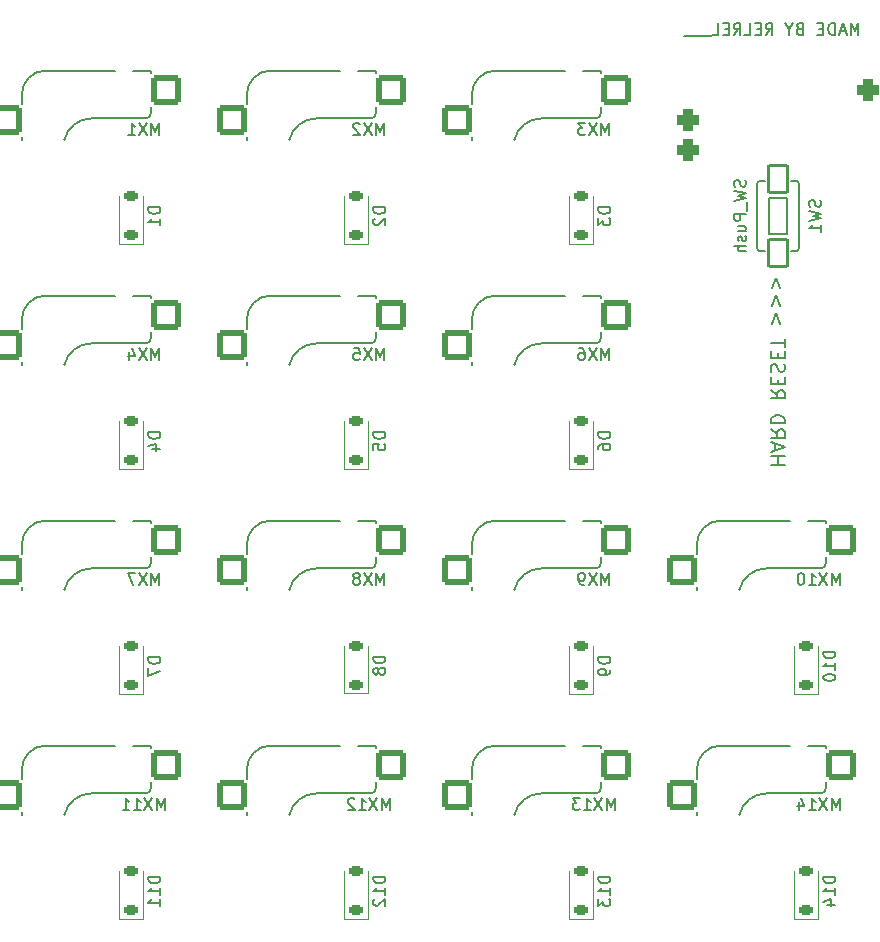
<source format=gbo>
%TF.GenerationSoftware,KiCad,Pcbnew,7.0.5*%
%TF.CreationDate,2024-08-25T19:53:10+07:00*%
%TF.ProjectId,13A-Pro,3133412d-5072-46f2-9e6b-696361645f70,rev?*%
%TF.SameCoordinates,Original*%
%TF.FileFunction,Legend,Bot*%
%TF.FilePolarity,Positive*%
%FSLAX46Y46*%
G04 Gerber Fmt 4.6, Leading zero omitted, Abs format (unit mm)*
G04 Created by KiCad (PCBNEW 7.0.5) date 2024-08-25 19:53:10*
%MOMM*%
%LPD*%
G01*
G04 APERTURE LIST*
G04 Aperture macros list*
%AMRoundRect*
0 Rectangle with rounded corners*
0 $1 Rounding radius*
0 $2 $3 $4 $5 $6 $7 $8 $9 X,Y pos of 4 corners*
0 Add a 4 corners polygon primitive as box body*
4,1,4,$2,$3,$4,$5,$6,$7,$8,$9,$2,$3,0*
0 Add four circle primitives for the rounded corners*
1,1,$1+$1,$2,$3*
1,1,$1+$1,$4,$5*
1,1,$1+$1,$6,$7*
1,1,$1+$1,$8,$9*
0 Add four rect primitives between the rounded corners*
20,1,$1+$1,$2,$3,$4,$5,0*
20,1,$1+$1,$4,$5,$6,$7,0*
20,1,$1+$1,$6,$7,$8,$9,0*
20,1,$1+$1,$8,$9,$2,$3,0*%
G04 Aperture macros list end*
%ADD10C,0.150000*%
%ADD11C,0.127000*%
%ADD12C,0.120000*%
%ADD13C,0.203200*%
%ADD14C,1.800000*%
%ADD15RoundRect,0.450000X-0.450000X-0.450000X0.450000X-0.450000X0.450000X0.450000X-0.450000X0.450000X0*%
%ADD16RoundRect,0.225000X0.375000X-0.225000X0.375000X0.225000X-0.375000X0.225000X-0.375000X-0.225000X0*%
%ADD17C,1.750000*%
%ADD18C,3.987800*%
%ADD19C,3.300000*%
%ADD20RoundRect,0.250000X1.025000X1.000000X-1.025000X1.000000X-1.025000X-1.000000X1.025000X-1.000000X0*%
%ADD21RoundRect,0.101600X-0.798830X1.149350X-0.798830X-1.149350X0.798830X-1.149350X0.798830X1.149350X0*%
G04 APERTURE END LIST*
D10*
X153650720Y-60067819D02*
X153650720Y-59067819D01*
X153650720Y-59067819D02*
X153317387Y-59782104D01*
X153317387Y-59782104D02*
X152984054Y-59067819D01*
X152984054Y-59067819D02*
X152984054Y-60067819D01*
X152555482Y-59782104D02*
X152079292Y-59782104D01*
X152650720Y-60067819D02*
X152317387Y-59067819D01*
X152317387Y-59067819D02*
X151984054Y-60067819D01*
X151650720Y-60067819D02*
X151650720Y-59067819D01*
X151650720Y-59067819D02*
X151412625Y-59067819D01*
X151412625Y-59067819D02*
X151269768Y-59115438D01*
X151269768Y-59115438D02*
X151174530Y-59210676D01*
X151174530Y-59210676D02*
X151126911Y-59305914D01*
X151126911Y-59305914D02*
X151079292Y-59496390D01*
X151079292Y-59496390D02*
X151079292Y-59639247D01*
X151079292Y-59639247D02*
X151126911Y-59829723D01*
X151126911Y-59829723D02*
X151174530Y-59924961D01*
X151174530Y-59924961D02*
X151269768Y-60020200D01*
X151269768Y-60020200D02*
X151412625Y-60067819D01*
X151412625Y-60067819D02*
X151650720Y-60067819D01*
X150650720Y-59544009D02*
X150317387Y-59544009D01*
X150174530Y-60067819D02*
X150650720Y-60067819D01*
X150650720Y-60067819D02*
X150650720Y-59067819D01*
X150650720Y-59067819D02*
X150174530Y-59067819D01*
X148650720Y-59544009D02*
X148507863Y-59591628D01*
X148507863Y-59591628D02*
X148460244Y-59639247D01*
X148460244Y-59639247D02*
X148412625Y-59734485D01*
X148412625Y-59734485D02*
X148412625Y-59877342D01*
X148412625Y-59877342D02*
X148460244Y-59972580D01*
X148460244Y-59972580D02*
X148507863Y-60020200D01*
X148507863Y-60020200D02*
X148603101Y-60067819D01*
X148603101Y-60067819D02*
X148984053Y-60067819D01*
X148984053Y-60067819D02*
X148984053Y-59067819D01*
X148984053Y-59067819D02*
X148650720Y-59067819D01*
X148650720Y-59067819D02*
X148555482Y-59115438D01*
X148555482Y-59115438D02*
X148507863Y-59163057D01*
X148507863Y-59163057D02*
X148460244Y-59258295D01*
X148460244Y-59258295D02*
X148460244Y-59353533D01*
X148460244Y-59353533D02*
X148507863Y-59448771D01*
X148507863Y-59448771D02*
X148555482Y-59496390D01*
X148555482Y-59496390D02*
X148650720Y-59544009D01*
X148650720Y-59544009D02*
X148984053Y-59544009D01*
X147793577Y-59591628D02*
X147793577Y-60067819D01*
X148126910Y-59067819D02*
X147793577Y-59591628D01*
X147793577Y-59591628D02*
X147460244Y-59067819D01*
X145793577Y-60067819D02*
X146126910Y-59591628D01*
X146365005Y-60067819D02*
X146365005Y-59067819D01*
X146365005Y-59067819D02*
X145984053Y-59067819D01*
X145984053Y-59067819D02*
X145888815Y-59115438D01*
X145888815Y-59115438D02*
X145841196Y-59163057D01*
X145841196Y-59163057D02*
X145793577Y-59258295D01*
X145793577Y-59258295D02*
X145793577Y-59401152D01*
X145793577Y-59401152D02*
X145841196Y-59496390D01*
X145841196Y-59496390D02*
X145888815Y-59544009D01*
X145888815Y-59544009D02*
X145984053Y-59591628D01*
X145984053Y-59591628D02*
X146365005Y-59591628D01*
X145365005Y-59544009D02*
X145031672Y-59544009D01*
X144888815Y-60067819D02*
X145365005Y-60067819D01*
X145365005Y-60067819D02*
X145365005Y-59067819D01*
X145365005Y-59067819D02*
X144888815Y-59067819D01*
X143984053Y-60067819D02*
X144460243Y-60067819D01*
X144460243Y-60067819D02*
X144460243Y-59067819D01*
X143079291Y-60067819D02*
X143412624Y-59591628D01*
X143650719Y-60067819D02*
X143650719Y-59067819D01*
X143650719Y-59067819D02*
X143269767Y-59067819D01*
X143269767Y-59067819D02*
X143174529Y-59115438D01*
X143174529Y-59115438D02*
X143126910Y-59163057D01*
X143126910Y-59163057D02*
X143079291Y-59258295D01*
X143079291Y-59258295D02*
X143079291Y-59401152D01*
X143079291Y-59401152D02*
X143126910Y-59496390D01*
X143126910Y-59496390D02*
X143174529Y-59544009D01*
X143174529Y-59544009D02*
X143269767Y-59591628D01*
X143269767Y-59591628D02*
X143650719Y-59591628D01*
X142650719Y-59544009D02*
X142317386Y-59544009D01*
X142174529Y-60067819D02*
X142650719Y-60067819D01*
X142650719Y-60067819D02*
X142650719Y-59067819D01*
X142650719Y-59067819D02*
X142174529Y-59067819D01*
X141269767Y-60067819D02*
X141745957Y-60067819D01*
X141745957Y-60067819D02*
X141745957Y-59067819D01*
X141174529Y-60163057D02*
X140412624Y-60163057D01*
X140412624Y-60163057D02*
X139650719Y-60163057D01*
X139650719Y-60163057D02*
X138888814Y-60163057D01*
X146204657Y-96453101D02*
X147404657Y-96453101D01*
X146833228Y-96453101D02*
X146833228Y-95767387D01*
X146204657Y-95767387D02*
X147404657Y-95767387D01*
X146547514Y-95253101D02*
X146547514Y-94681673D01*
X146204657Y-95367387D02*
X147404657Y-94967387D01*
X147404657Y-94967387D02*
X146204657Y-94567387D01*
X146204657Y-93481673D02*
X146776085Y-93881673D01*
X146204657Y-94167387D02*
X147404657Y-94167387D01*
X147404657Y-94167387D02*
X147404657Y-93710244D01*
X147404657Y-93710244D02*
X147347514Y-93595959D01*
X147347514Y-93595959D02*
X147290371Y-93538816D01*
X147290371Y-93538816D02*
X147176085Y-93481673D01*
X147176085Y-93481673D02*
X147004657Y-93481673D01*
X147004657Y-93481673D02*
X146890371Y-93538816D01*
X146890371Y-93538816D02*
X146833228Y-93595959D01*
X146833228Y-93595959D02*
X146776085Y-93710244D01*
X146776085Y-93710244D02*
X146776085Y-94167387D01*
X146204657Y-92967387D02*
X147404657Y-92967387D01*
X147404657Y-92967387D02*
X147404657Y-92681673D01*
X147404657Y-92681673D02*
X147347514Y-92510244D01*
X147347514Y-92510244D02*
X147233228Y-92395959D01*
X147233228Y-92395959D02*
X147118942Y-92338816D01*
X147118942Y-92338816D02*
X146890371Y-92281673D01*
X146890371Y-92281673D02*
X146718942Y-92281673D01*
X146718942Y-92281673D02*
X146490371Y-92338816D01*
X146490371Y-92338816D02*
X146376085Y-92395959D01*
X146376085Y-92395959D02*
X146261800Y-92510244D01*
X146261800Y-92510244D02*
X146204657Y-92681673D01*
X146204657Y-92681673D02*
X146204657Y-92967387D01*
X146204657Y-90167387D02*
X146776085Y-90567387D01*
X146204657Y-90853101D02*
X147404657Y-90853101D01*
X147404657Y-90853101D02*
X147404657Y-90395958D01*
X147404657Y-90395958D02*
X147347514Y-90281673D01*
X147347514Y-90281673D02*
X147290371Y-90224530D01*
X147290371Y-90224530D02*
X147176085Y-90167387D01*
X147176085Y-90167387D02*
X147004657Y-90167387D01*
X147004657Y-90167387D02*
X146890371Y-90224530D01*
X146890371Y-90224530D02*
X146833228Y-90281673D01*
X146833228Y-90281673D02*
X146776085Y-90395958D01*
X146776085Y-90395958D02*
X146776085Y-90853101D01*
X146833228Y-89653101D02*
X146833228Y-89253101D01*
X146204657Y-89081673D02*
X146204657Y-89653101D01*
X146204657Y-89653101D02*
X147404657Y-89653101D01*
X147404657Y-89653101D02*
X147404657Y-89081673D01*
X146261800Y-88624530D02*
X146204657Y-88453102D01*
X146204657Y-88453102D02*
X146204657Y-88167387D01*
X146204657Y-88167387D02*
X146261800Y-88053102D01*
X146261800Y-88053102D02*
X146318942Y-87995959D01*
X146318942Y-87995959D02*
X146433228Y-87938816D01*
X146433228Y-87938816D02*
X146547514Y-87938816D01*
X146547514Y-87938816D02*
X146661800Y-87995959D01*
X146661800Y-87995959D02*
X146718942Y-88053102D01*
X146718942Y-88053102D02*
X146776085Y-88167387D01*
X146776085Y-88167387D02*
X146833228Y-88395959D01*
X146833228Y-88395959D02*
X146890371Y-88510244D01*
X146890371Y-88510244D02*
X146947514Y-88567387D01*
X146947514Y-88567387D02*
X147061800Y-88624530D01*
X147061800Y-88624530D02*
X147176085Y-88624530D01*
X147176085Y-88624530D02*
X147290371Y-88567387D01*
X147290371Y-88567387D02*
X147347514Y-88510244D01*
X147347514Y-88510244D02*
X147404657Y-88395959D01*
X147404657Y-88395959D02*
X147404657Y-88110244D01*
X147404657Y-88110244D02*
X147347514Y-87938816D01*
X146833228Y-87424530D02*
X146833228Y-87024530D01*
X146204657Y-86853102D02*
X146204657Y-87424530D01*
X146204657Y-87424530D02*
X147404657Y-87424530D01*
X147404657Y-87424530D02*
X147404657Y-86853102D01*
X147404657Y-86510245D02*
X147404657Y-85824531D01*
X146204657Y-86167388D02*
X147404657Y-86167388D01*
X147004657Y-84510244D02*
X146661800Y-83595959D01*
X146661800Y-83595959D02*
X146318942Y-84510244D01*
X147004657Y-83024530D02*
X146661800Y-82110245D01*
X146661800Y-82110245D02*
X146318942Y-83024530D01*
X147004657Y-81538816D02*
X146661800Y-80624531D01*
X146661800Y-80624531D02*
X146318942Y-81538816D01*
%TO.C,D8*%
X113579819Y-112705655D02*
X112579819Y-112705655D01*
X112579819Y-112705655D02*
X112579819Y-112943750D01*
X112579819Y-112943750D02*
X112627438Y-113086607D01*
X112627438Y-113086607D02*
X112722676Y-113181845D01*
X112722676Y-113181845D02*
X112817914Y-113229464D01*
X112817914Y-113229464D02*
X113008390Y-113277083D01*
X113008390Y-113277083D02*
X113151247Y-113277083D01*
X113151247Y-113277083D02*
X113341723Y-113229464D01*
X113341723Y-113229464D02*
X113436961Y-113181845D01*
X113436961Y-113181845D02*
X113532200Y-113086607D01*
X113532200Y-113086607D02*
X113579819Y-112943750D01*
X113579819Y-112943750D02*
X113579819Y-112705655D01*
X113008390Y-113848512D02*
X112960771Y-113753274D01*
X112960771Y-113753274D02*
X112913152Y-113705655D01*
X112913152Y-113705655D02*
X112817914Y-113658036D01*
X112817914Y-113658036D02*
X112770295Y-113658036D01*
X112770295Y-113658036D02*
X112675057Y-113705655D01*
X112675057Y-113705655D02*
X112627438Y-113753274D01*
X112627438Y-113753274D02*
X112579819Y-113848512D01*
X112579819Y-113848512D02*
X112579819Y-114038988D01*
X112579819Y-114038988D02*
X112627438Y-114134226D01*
X112627438Y-114134226D02*
X112675057Y-114181845D01*
X112675057Y-114181845D02*
X112770295Y-114229464D01*
X112770295Y-114229464D02*
X112817914Y-114229464D01*
X112817914Y-114229464D02*
X112913152Y-114181845D01*
X112913152Y-114181845D02*
X112960771Y-114134226D01*
X112960771Y-114134226D02*
X113008390Y-114038988D01*
X113008390Y-114038988D02*
X113008390Y-113848512D01*
X113008390Y-113848512D02*
X113056009Y-113753274D01*
X113056009Y-113753274D02*
X113103628Y-113705655D01*
X113103628Y-113705655D02*
X113198866Y-113658036D01*
X113198866Y-113658036D02*
X113389342Y-113658036D01*
X113389342Y-113658036D02*
X113484580Y-113705655D01*
X113484580Y-113705655D02*
X113532200Y-113753274D01*
X113532200Y-113753274D02*
X113579819Y-113848512D01*
X113579819Y-113848512D02*
X113579819Y-114038988D01*
X113579819Y-114038988D02*
X113532200Y-114134226D01*
X113532200Y-114134226D02*
X113484580Y-114181845D01*
X113484580Y-114181845D02*
X113389342Y-114229464D01*
X113389342Y-114229464D02*
X113198866Y-114229464D01*
X113198866Y-114229464D02*
X113103628Y-114181845D01*
X113103628Y-114181845D02*
X113056009Y-114134226D01*
X113056009Y-114134226D02*
X113008390Y-114038988D01*
%TO.C,MX4*%
X94435713Y-87604819D02*
X94435713Y-86604819D01*
X94435713Y-86604819D02*
X94102380Y-87319104D01*
X94102380Y-87319104D02*
X93769047Y-86604819D01*
X93769047Y-86604819D02*
X93769047Y-87604819D01*
X93388094Y-86604819D02*
X92721428Y-87604819D01*
X92721428Y-86604819D02*
X93388094Y-87604819D01*
X91911904Y-86938152D02*
X91911904Y-87604819D01*
X92149999Y-86557200D02*
X92388094Y-87271485D01*
X92388094Y-87271485D02*
X91769047Y-87271485D01*
%TO.C,MX2*%
X113485713Y-68554819D02*
X113485713Y-67554819D01*
X113485713Y-67554819D02*
X113152380Y-68269104D01*
X113152380Y-68269104D02*
X112819047Y-67554819D01*
X112819047Y-67554819D02*
X112819047Y-68554819D01*
X112438094Y-67554819D02*
X111771428Y-68554819D01*
X111771428Y-67554819D02*
X112438094Y-68554819D01*
X111438094Y-67650057D02*
X111390475Y-67602438D01*
X111390475Y-67602438D02*
X111295237Y-67554819D01*
X111295237Y-67554819D02*
X111057142Y-67554819D01*
X111057142Y-67554819D02*
X110961904Y-67602438D01*
X110961904Y-67602438D02*
X110914285Y-67650057D01*
X110914285Y-67650057D02*
X110866666Y-67745295D01*
X110866666Y-67745295D02*
X110866666Y-67840533D01*
X110866666Y-67840533D02*
X110914285Y-67983390D01*
X110914285Y-67983390D02*
X111485713Y-68554819D01*
X111485713Y-68554819D02*
X110866666Y-68554819D01*
%TO.C,D2*%
X113579819Y-74668155D02*
X112579819Y-74668155D01*
X112579819Y-74668155D02*
X112579819Y-74906250D01*
X112579819Y-74906250D02*
X112627438Y-75049107D01*
X112627438Y-75049107D02*
X112722676Y-75144345D01*
X112722676Y-75144345D02*
X112817914Y-75191964D01*
X112817914Y-75191964D02*
X113008390Y-75239583D01*
X113008390Y-75239583D02*
X113151247Y-75239583D01*
X113151247Y-75239583D02*
X113341723Y-75191964D01*
X113341723Y-75191964D02*
X113436961Y-75144345D01*
X113436961Y-75144345D02*
X113532200Y-75049107D01*
X113532200Y-75049107D02*
X113579819Y-74906250D01*
X113579819Y-74906250D02*
X113579819Y-74668155D01*
X112675057Y-75620536D02*
X112627438Y-75668155D01*
X112627438Y-75668155D02*
X112579819Y-75763393D01*
X112579819Y-75763393D02*
X112579819Y-76001488D01*
X112579819Y-76001488D02*
X112627438Y-76096726D01*
X112627438Y-76096726D02*
X112675057Y-76144345D01*
X112675057Y-76144345D02*
X112770295Y-76191964D01*
X112770295Y-76191964D02*
X112865533Y-76191964D01*
X112865533Y-76191964D02*
X113008390Y-76144345D01*
X113008390Y-76144345D02*
X113579819Y-75572917D01*
X113579819Y-75572917D02*
X113579819Y-76191964D01*
%TO.C,D11*%
X94529819Y-131341964D02*
X93529819Y-131341964D01*
X93529819Y-131341964D02*
X93529819Y-131580059D01*
X93529819Y-131580059D02*
X93577438Y-131722916D01*
X93577438Y-131722916D02*
X93672676Y-131818154D01*
X93672676Y-131818154D02*
X93767914Y-131865773D01*
X93767914Y-131865773D02*
X93958390Y-131913392D01*
X93958390Y-131913392D02*
X94101247Y-131913392D01*
X94101247Y-131913392D02*
X94291723Y-131865773D01*
X94291723Y-131865773D02*
X94386961Y-131818154D01*
X94386961Y-131818154D02*
X94482200Y-131722916D01*
X94482200Y-131722916D02*
X94529819Y-131580059D01*
X94529819Y-131580059D02*
X94529819Y-131341964D01*
X94529819Y-132865773D02*
X94529819Y-132294345D01*
X94529819Y-132580059D02*
X93529819Y-132580059D01*
X93529819Y-132580059D02*
X93672676Y-132484821D01*
X93672676Y-132484821D02*
X93767914Y-132389583D01*
X93767914Y-132389583D02*
X93815533Y-132294345D01*
X94529819Y-133818154D02*
X94529819Y-133246726D01*
X94529819Y-133532440D02*
X93529819Y-133532440D01*
X93529819Y-133532440D02*
X93672676Y-133437202D01*
X93672676Y-133437202D02*
X93767914Y-133341964D01*
X93767914Y-133341964D02*
X93815533Y-133246726D01*
%TO.C,MX7*%
X94435713Y-106654819D02*
X94435713Y-105654819D01*
X94435713Y-105654819D02*
X94102380Y-106369104D01*
X94102380Y-106369104D02*
X93769047Y-105654819D01*
X93769047Y-105654819D02*
X93769047Y-106654819D01*
X93388094Y-105654819D02*
X92721428Y-106654819D01*
X92721428Y-105654819D02*
X93388094Y-106654819D01*
X92435713Y-105654819D02*
X91769047Y-105654819D01*
X91769047Y-105654819D02*
X92197618Y-106654819D01*
D11*
%TO.C,SW1*%
X150427146Y-74072917D02*
X150474765Y-74215774D01*
X150474765Y-74215774D02*
X150474765Y-74453869D01*
X150474765Y-74453869D02*
X150427146Y-74549107D01*
X150427146Y-74549107D02*
X150379526Y-74596726D01*
X150379526Y-74596726D02*
X150284288Y-74644345D01*
X150284288Y-74644345D02*
X150189050Y-74644345D01*
X150189050Y-74644345D02*
X150093812Y-74596726D01*
X150093812Y-74596726D02*
X150046193Y-74549107D01*
X150046193Y-74549107D02*
X149998574Y-74453869D01*
X149998574Y-74453869D02*
X149950955Y-74263393D01*
X149950955Y-74263393D02*
X149903336Y-74168155D01*
X149903336Y-74168155D02*
X149855717Y-74120536D01*
X149855717Y-74120536D02*
X149760479Y-74072917D01*
X149760479Y-74072917D02*
X149665241Y-74072917D01*
X149665241Y-74072917D02*
X149570003Y-74120536D01*
X149570003Y-74120536D02*
X149522384Y-74168155D01*
X149522384Y-74168155D02*
X149474765Y-74263393D01*
X149474765Y-74263393D02*
X149474765Y-74501488D01*
X149474765Y-74501488D02*
X149522384Y-74644345D01*
X149474765Y-74977679D02*
X150474765Y-75215774D01*
X150474765Y-75215774D02*
X149760479Y-75406250D01*
X149760479Y-75406250D02*
X150474765Y-75596726D01*
X150474765Y-75596726D02*
X149474765Y-75834822D01*
X150474765Y-76739583D02*
X150474765Y-76168155D01*
X150474765Y-76453869D02*
X149474765Y-76453869D01*
X149474765Y-76453869D02*
X149617622Y-76358631D01*
X149617622Y-76358631D02*
X149712860Y-76263393D01*
X149712860Y-76263393D02*
X149760479Y-76168155D01*
X144077146Y-72358631D02*
X144124765Y-72501488D01*
X144124765Y-72501488D02*
X144124765Y-72739583D01*
X144124765Y-72739583D02*
X144077146Y-72834821D01*
X144077146Y-72834821D02*
X144029526Y-72882440D01*
X144029526Y-72882440D02*
X143934288Y-72930059D01*
X143934288Y-72930059D02*
X143839050Y-72930059D01*
X143839050Y-72930059D02*
X143743812Y-72882440D01*
X143743812Y-72882440D02*
X143696193Y-72834821D01*
X143696193Y-72834821D02*
X143648574Y-72739583D01*
X143648574Y-72739583D02*
X143600955Y-72549107D01*
X143600955Y-72549107D02*
X143553336Y-72453869D01*
X143553336Y-72453869D02*
X143505717Y-72406250D01*
X143505717Y-72406250D02*
X143410479Y-72358631D01*
X143410479Y-72358631D02*
X143315241Y-72358631D01*
X143315241Y-72358631D02*
X143220003Y-72406250D01*
X143220003Y-72406250D02*
X143172384Y-72453869D01*
X143172384Y-72453869D02*
X143124765Y-72549107D01*
X143124765Y-72549107D02*
X143124765Y-72787202D01*
X143124765Y-72787202D02*
X143172384Y-72930059D01*
X143124765Y-73263393D02*
X144124765Y-73501488D01*
X144124765Y-73501488D02*
X143410479Y-73691964D01*
X143410479Y-73691964D02*
X144124765Y-73882440D01*
X144124765Y-73882440D02*
X143124765Y-74120536D01*
X144220003Y-74263393D02*
X144220003Y-75025297D01*
X144124765Y-75263393D02*
X143124765Y-75263393D01*
X143124765Y-75263393D02*
X143124765Y-75644345D01*
X143124765Y-75644345D02*
X143172384Y-75739583D01*
X143172384Y-75739583D02*
X143220003Y-75787202D01*
X143220003Y-75787202D02*
X143315241Y-75834821D01*
X143315241Y-75834821D02*
X143458098Y-75834821D01*
X143458098Y-75834821D02*
X143553336Y-75787202D01*
X143553336Y-75787202D02*
X143600955Y-75739583D01*
X143600955Y-75739583D02*
X143648574Y-75644345D01*
X143648574Y-75644345D02*
X143648574Y-75263393D01*
X143458098Y-76691964D02*
X144124765Y-76691964D01*
X143458098Y-76263393D02*
X143981907Y-76263393D01*
X143981907Y-76263393D02*
X144077146Y-76311012D01*
X144077146Y-76311012D02*
X144124765Y-76406250D01*
X144124765Y-76406250D02*
X144124765Y-76549107D01*
X144124765Y-76549107D02*
X144077146Y-76644345D01*
X144077146Y-76644345D02*
X144029526Y-76691964D01*
X144077146Y-77120536D02*
X144124765Y-77215774D01*
X144124765Y-77215774D02*
X144124765Y-77406250D01*
X144124765Y-77406250D02*
X144077146Y-77501488D01*
X144077146Y-77501488D02*
X143981907Y-77549107D01*
X143981907Y-77549107D02*
X143934288Y-77549107D01*
X143934288Y-77549107D02*
X143839050Y-77501488D01*
X143839050Y-77501488D02*
X143791431Y-77406250D01*
X143791431Y-77406250D02*
X143791431Y-77263393D01*
X143791431Y-77263393D02*
X143743812Y-77168155D01*
X143743812Y-77168155D02*
X143648574Y-77120536D01*
X143648574Y-77120536D02*
X143600955Y-77120536D01*
X143600955Y-77120536D02*
X143505717Y-77168155D01*
X143505717Y-77168155D02*
X143458098Y-77263393D01*
X143458098Y-77263393D02*
X143458098Y-77406250D01*
X143458098Y-77406250D02*
X143505717Y-77501488D01*
X144124765Y-77977679D02*
X143124765Y-77977679D01*
X144124765Y-78406250D02*
X143600955Y-78406250D01*
X143600955Y-78406250D02*
X143505717Y-78358631D01*
X143505717Y-78358631D02*
X143458098Y-78263393D01*
X143458098Y-78263393D02*
X143458098Y-78120536D01*
X143458098Y-78120536D02*
X143505717Y-78025298D01*
X143505717Y-78025298D02*
X143553336Y-77977679D01*
D10*
%TO.C,D7*%
X94529819Y-112768155D02*
X93529819Y-112768155D01*
X93529819Y-112768155D02*
X93529819Y-113006250D01*
X93529819Y-113006250D02*
X93577438Y-113149107D01*
X93577438Y-113149107D02*
X93672676Y-113244345D01*
X93672676Y-113244345D02*
X93767914Y-113291964D01*
X93767914Y-113291964D02*
X93958390Y-113339583D01*
X93958390Y-113339583D02*
X94101247Y-113339583D01*
X94101247Y-113339583D02*
X94291723Y-113291964D01*
X94291723Y-113291964D02*
X94386961Y-113244345D01*
X94386961Y-113244345D02*
X94482200Y-113149107D01*
X94482200Y-113149107D02*
X94529819Y-113006250D01*
X94529819Y-113006250D02*
X94529819Y-112768155D01*
X93529819Y-113672917D02*
X93529819Y-114339583D01*
X93529819Y-114339583D02*
X94529819Y-113911012D01*
%TO.C,D12*%
X113579819Y-131341964D02*
X112579819Y-131341964D01*
X112579819Y-131341964D02*
X112579819Y-131580059D01*
X112579819Y-131580059D02*
X112627438Y-131722916D01*
X112627438Y-131722916D02*
X112722676Y-131818154D01*
X112722676Y-131818154D02*
X112817914Y-131865773D01*
X112817914Y-131865773D02*
X113008390Y-131913392D01*
X113008390Y-131913392D02*
X113151247Y-131913392D01*
X113151247Y-131913392D02*
X113341723Y-131865773D01*
X113341723Y-131865773D02*
X113436961Y-131818154D01*
X113436961Y-131818154D02*
X113532200Y-131722916D01*
X113532200Y-131722916D02*
X113579819Y-131580059D01*
X113579819Y-131580059D02*
X113579819Y-131341964D01*
X113579819Y-132865773D02*
X113579819Y-132294345D01*
X113579819Y-132580059D02*
X112579819Y-132580059D01*
X112579819Y-132580059D02*
X112722676Y-132484821D01*
X112722676Y-132484821D02*
X112817914Y-132389583D01*
X112817914Y-132389583D02*
X112865533Y-132294345D01*
X112675057Y-133246726D02*
X112627438Y-133294345D01*
X112627438Y-133294345D02*
X112579819Y-133389583D01*
X112579819Y-133389583D02*
X112579819Y-133627678D01*
X112579819Y-133627678D02*
X112627438Y-133722916D01*
X112627438Y-133722916D02*
X112675057Y-133770535D01*
X112675057Y-133770535D02*
X112770295Y-133818154D01*
X112770295Y-133818154D02*
X112865533Y-133818154D01*
X112865533Y-133818154D02*
X113008390Y-133770535D01*
X113008390Y-133770535D02*
X113579819Y-133199107D01*
X113579819Y-133199107D02*
X113579819Y-133818154D01*
%TO.C,D6*%
X132629819Y-93718155D02*
X131629819Y-93718155D01*
X131629819Y-93718155D02*
X131629819Y-93956250D01*
X131629819Y-93956250D02*
X131677438Y-94099107D01*
X131677438Y-94099107D02*
X131772676Y-94194345D01*
X131772676Y-94194345D02*
X131867914Y-94241964D01*
X131867914Y-94241964D02*
X132058390Y-94289583D01*
X132058390Y-94289583D02*
X132201247Y-94289583D01*
X132201247Y-94289583D02*
X132391723Y-94241964D01*
X132391723Y-94241964D02*
X132486961Y-94194345D01*
X132486961Y-94194345D02*
X132582200Y-94099107D01*
X132582200Y-94099107D02*
X132629819Y-93956250D01*
X132629819Y-93956250D02*
X132629819Y-93718155D01*
X131629819Y-95146726D02*
X131629819Y-94956250D01*
X131629819Y-94956250D02*
X131677438Y-94861012D01*
X131677438Y-94861012D02*
X131725057Y-94813393D01*
X131725057Y-94813393D02*
X131867914Y-94718155D01*
X131867914Y-94718155D02*
X132058390Y-94670536D01*
X132058390Y-94670536D02*
X132439342Y-94670536D01*
X132439342Y-94670536D02*
X132534580Y-94718155D01*
X132534580Y-94718155D02*
X132582200Y-94765774D01*
X132582200Y-94765774D02*
X132629819Y-94861012D01*
X132629819Y-94861012D02*
X132629819Y-95051488D01*
X132629819Y-95051488D02*
X132582200Y-95146726D01*
X132582200Y-95146726D02*
X132534580Y-95194345D01*
X132534580Y-95194345D02*
X132439342Y-95241964D01*
X132439342Y-95241964D02*
X132201247Y-95241964D01*
X132201247Y-95241964D02*
X132106009Y-95194345D01*
X132106009Y-95194345D02*
X132058390Y-95146726D01*
X132058390Y-95146726D02*
X132010771Y-95051488D01*
X132010771Y-95051488D02*
X132010771Y-94861012D01*
X132010771Y-94861012D02*
X132058390Y-94765774D01*
X132058390Y-94765774D02*
X132106009Y-94718155D01*
X132106009Y-94718155D02*
X132201247Y-94670536D01*
%TO.C,D1*%
X94529819Y-74668155D02*
X93529819Y-74668155D01*
X93529819Y-74668155D02*
X93529819Y-74906250D01*
X93529819Y-74906250D02*
X93577438Y-75049107D01*
X93577438Y-75049107D02*
X93672676Y-75144345D01*
X93672676Y-75144345D02*
X93767914Y-75191964D01*
X93767914Y-75191964D02*
X93958390Y-75239583D01*
X93958390Y-75239583D02*
X94101247Y-75239583D01*
X94101247Y-75239583D02*
X94291723Y-75191964D01*
X94291723Y-75191964D02*
X94386961Y-75144345D01*
X94386961Y-75144345D02*
X94482200Y-75049107D01*
X94482200Y-75049107D02*
X94529819Y-74906250D01*
X94529819Y-74906250D02*
X94529819Y-74668155D01*
X94529819Y-76191964D02*
X94529819Y-75620536D01*
X94529819Y-75906250D02*
X93529819Y-75906250D01*
X93529819Y-75906250D02*
X93672676Y-75811012D01*
X93672676Y-75811012D02*
X93767914Y-75715774D01*
X93767914Y-75715774D02*
X93815533Y-75620536D01*
%TO.C,D13*%
X132629819Y-131341964D02*
X131629819Y-131341964D01*
X131629819Y-131341964D02*
X131629819Y-131580059D01*
X131629819Y-131580059D02*
X131677438Y-131722916D01*
X131677438Y-131722916D02*
X131772676Y-131818154D01*
X131772676Y-131818154D02*
X131867914Y-131865773D01*
X131867914Y-131865773D02*
X132058390Y-131913392D01*
X132058390Y-131913392D02*
X132201247Y-131913392D01*
X132201247Y-131913392D02*
X132391723Y-131865773D01*
X132391723Y-131865773D02*
X132486961Y-131818154D01*
X132486961Y-131818154D02*
X132582200Y-131722916D01*
X132582200Y-131722916D02*
X132629819Y-131580059D01*
X132629819Y-131580059D02*
X132629819Y-131341964D01*
X132629819Y-132865773D02*
X132629819Y-132294345D01*
X132629819Y-132580059D02*
X131629819Y-132580059D01*
X131629819Y-132580059D02*
X131772676Y-132484821D01*
X131772676Y-132484821D02*
X131867914Y-132389583D01*
X131867914Y-132389583D02*
X131915533Y-132294345D01*
X131629819Y-133199107D02*
X131629819Y-133818154D01*
X131629819Y-133818154D02*
X132010771Y-133484821D01*
X132010771Y-133484821D02*
X132010771Y-133627678D01*
X132010771Y-133627678D02*
X132058390Y-133722916D01*
X132058390Y-133722916D02*
X132106009Y-133770535D01*
X132106009Y-133770535D02*
X132201247Y-133818154D01*
X132201247Y-133818154D02*
X132439342Y-133818154D01*
X132439342Y-133818154D02*
X132534580Y-133770535D01*
X132534580Y-133770535D02*
X132582200Y-133722916D01*
X132582200Y-133722916D02*
X132629819Y-133627678D01*
X132629819Y-133627678D02*
X132629819Y-133341964D01*
X132629819Y-133341964D02*
X132582200Y-133246726D01*
X132582200Y-133246726D02*
X132534580Y-133199107D01*
%TO.C,MX14*%
X152061904Y-125704819D02*
X152061904Y-124704819D01*
X152061904Y-124704819D02*
X151728571Y-125419104D01*
X151728571Y-125419104D02*
X151395238Y-124704819D01*
X151395238Y-124704819D02*
X151395238Y-125704819D01*
X151014285Y-124704819D02*
X150347619Y-125704819D01*
X150347619Y-124704819D02*
X151014285Y-125704819D01*
X149442857Y-125704819D02*
X150014285Y-125704819D01*
X149728571Y-125704819D02*
X149728571Y-124704819D01*
X149728571Y-124704819D02*
X149823809Y-124847676D01*
X149823809Y-124847676D02*
X149919047Y-124942914D01*
X149919047Y-124942914D02*
X150014285Y-124990533D01*
X148585714Y-125038152D02*
X148585714Y-125704819D01*
X148823809Y-124657200D02*
X149061904Y-125371485D01*
X149061904Y-125371485D02*
X148442857Y-125371485D01*
%TO.C,D3*%
X132629819Y-74668155D02*
X131629819Y-74668155D01*
X131629819Y-74668155D02*
X131629819Y-74906250D01*
X131629819Y-74906250D02*
X131677438Y-75049107D01*
X131677438Y-75049107D02*
X131772676Y-75144345D01*
X131772676Y-75144345D02*
X131867914Y-75191964D01*
X131867914Y-75191964D02*
X132058390Y-75239583D01*
X132058390Y-75239583D02*
X132201247Y-75239583D01*
X132201247Y-75239583D02*
X132391723Y-75191964D01*
X132391723Y-75191964D02*
X132486961Y-75144345D01*
X132486961Y-75144345D02*
X132582200Y-75049107D01*
X132582200Y-75049107D02*
X132629819Y-74906250D01*
X132629819Y-74906250D02*
X132629819Y-74668155D01*
X131629819Y-75572917D02*
X131629819Y-76191964D01*
X131629819Y-76191964D02*
X132010771Y-75858631D01*
X132010771Y-75858631D02*
X132010771Y-76001488D01*
X132010771Y-76001488D02*
X132058390Y-76096726D01*
X132058390Y-76096726D02*
X132106009Y-76144345D01*
X132106009Y-76144345D02*
X132201247Y-76191964D01*
X132201247Y-76191964D02*
X132439342Y-76191964D01*
X132439342Y-76191964D02*
X132534580Y-76144345D01*
X132534580Y-76144345D02*
X132582200Y-76096726D01*
X132582200Y-76096726D02*
X132629819Y-76001488D01*
X132629819Y-76001488D02*
X132629819Y-75715774D01*
X132629819Y-75715774D02*
X132582200Y-75620536D01*
X132582200Y-75620536D02*
X132534580Y-75572917D01*
%TO.C,MX13*%
X133011904Y-125704819D02*
X133011904Y-124704819D01*
X133011904Y-124704819D02*
X132678571Y-125419104D01*
X132678571Y-125419104D02*
X132345238Y-124704819D01*
X132345238Y-124704819D02*
X132345238Y-125704819D01*
X131964285Y-124704819D02*
X131297619Y-125704819D01*
X131297619Y-124704819D02*
X131964285Y-125704819D01*
X130392857Y-125704819D02*
X130964285Y-125704819D01*
X130678571Y-125704819D02*
X130678571Y-124704819D01*
X130678571Y-124704819D02*
X130773809Y-124847676D01*
X130773809Y-124847676D02*
X130869047Y-124942914D01*
X130869047Y-124942914D02*
X130964285Y-124990533D01*
X130059523Y-124704819D02*
X129440476Y-124704819D01*
X129440476Y-124704819D02*
X129773809Y-125085771D01*
X129773809Y-125085771D02*
X129630952Y-125085771D01*
X129630952Y-125085771D02*
X129535714Y-125133390D01*
X129535714Y-125133390D02*
X129488095Y-125181009D01*
X129488095Y-125181009D02*
X129440476Y-125276247D01*
X129440476Y-125276247D02*
X129440476Y-125514342D01*
X129440476Y-125514342D02*
X129488095Y-125609580D01*
X129488095Y-125609580D02*
X129535714Y-125657200D01*
X129535714Y-125657200D02*
X129630952Y-125704819D01*
X129630952Y-125704819D02*
X129916666Y-125704819D01*
X129916666Y-125704819D02*
X130011904Y-125657200D01*
X130011904Y-125657200D02*
X130059523Y-125609580D01*
%TO.C,D14*%
X151679819Y-131341964D02*
X150679819Y-131341964D01*
X150679819Y-131341964D02*
X150679819Y-131580059D01*
X150679819Y-131580059D02*
X150727438Y-131722916D01*
X150727438Y-131722916D02*
X150822676Y-131818154D01*
X150822676Y-131818154D02*
X150917914Y-131865773D01*
X150917914Y-131865773D02*
X151108390Y-131913392D01*
X151108390Y-131913392D02*
X151251247Y-131913392D01*
X151251247Y-131913392D02*
X151441723Y-131865773D01*
X151441723Y-131865773D02*
X151536961Y-131818154D01*
X151536961Y-131818154D02*
X151632200Y-131722916D01*
X151632200Y-131722916D02*
X151679819Y-131580059D01*
X151679819Y-131580059D02*
X151679819Y-131341964D01*
X151679819Y-132865773D02*
X151679819Y-132294345D01*
X151679819Y-132580059D02*
X150679819Y-132580059D01*
X150679819Y-132580059D02*
X150822676Y-132484821D01*
X150822676Y-132484821D02*
X150917914Y-132389583D01*
X150917914Y-132389583D02*
X150965533Y-132294345D01*
X151013152Y-133722916D02*
X151679819Y-133722916D01*
X150632200Y-133484821D02*
X151346485Y-133246726D01*
X151346485Y-133246726D02*
X151346485Y-133865773D01*
%TO.C,D10*%
X151679819Y-112291964D02*
X150679819Y-112291964D01*
X150679819Y-112291964D02*
X150679819Y-112530059D01*
X150679819Y-112530059D02*
X150727438Y-112672916D01*
X150727438Y-112672916D02*
X150822676Y-112768154D01*
X150822676Y-112768154D02*
X150917914Y-112815773D01*
X150917914Y-112815773D02*
X151108390Y-112863392D01*
X151108390Y-112863392D02*
X151251247Y-112863392D01*
X151251247Y-112863392D02*
X151441723Y-112815773D01*
X151441723Y-112815773D02*
X151536961Y-112768154D01*
X151536961Y-112768154D02*
X151632200Y-112672916D01*
X151632200Y-112672916D02*
X151679819Y-112530059D01*
X151679819Y-112530059D02*
X151679819Y-112291964D01*
X151679819Y-113815773D02*
X151679819Y-113244345D01*
X151679819Y-113530059D02*
X150679819Y-113530059D01*
X150679819Y-113530059D02*
X150822676Y-113434821D01*
X150822676Y-113434821D02*
X150917914Y-113339583D01*
X150917914Y-113339583D02*
X150965533Y-113244345D01*
X150679819Y-114434821D02*
X150679819Y-114530059D01*
X150679819Y-114530059D02*
X150727438Y-114625297D01*
X150727438Y-114625297D02*
X150775057Y-114672916D01*
X150775057Y-114672916D02*
X150870295Y-114720535D01*
X150870295Y-114720535D02*
X151060771Y-114768154D01*
X151060771Y-114768154D02*
X151298866Y-114768154D01*
X151298866Y-114768154D02*
X151489342Y-114720535D01*
X151489342Y-114720535D02*
X151584580Y-114672916D01*
X151584580Y-114672916D02*
X151632200Y-114625297D01*
X151632200Y-114625297D02*
X151679819Y-114530059D01*
X151679819Y-114530059D02*
X151679819Y-114434821D01*
X151679819Y-114434821D02*
X151632200Y-114339583D01*
X151632200Y-114339583D02*
X151584580Y-114291964D01*
X151584580Y-114291964D02*
X151489342Y-114244345D01*
X151489342Y-114244345D02*
X151298866Y-114196726D01*
X151298866Y-114196726D02*
X151060771Y-114196726D01*
X151060771Y-114196726D02*
X150870295Y-114244345D01*
X150870295Y-114244345D02*
X150775057Y-114291964D01*
X150775057Y-114291964D02*
X150727438Y-114339583D01*
X150727438Y-114339583D02*
X150679819Y-114434821D01*
%TO.C,D5*%
X113579819Y-93718155D02*
X112579819Y-93718155D01*
X112579819Y-93718155D02*
X112579819Y-93956250D01*
X112579819Y-93956250D02*
X112627438Y-94099107D01*
X112627438Y-94099107D02*
X112722676Y-94194345D01*
X112722676Y-94194345D02*
X112817914Y-94241964D01*
X112817914Y-94241964D02*
X113008390Y-94289583D01*
X113008390Y-94289583D02*
X113151247Y-94289583D01*
X113151247Y-94289583D02*
X113341723Y-94241964D01*
X113341723Y-94241964D02*
X113436961Y-94194345D01*
X113436961Y-94194345D02*
X113532200Y-94099107D01*
X113532200Y-94099107D02*
X113579819Y-93956250D01*
X113579819Y-93956250D02*
X113579819Y-93718155D01*
X112579819Y-95194345D02*
X112579819Y-94718155D01*
X112579819Y-94718155D02*
X113056009Y-94670536D01*
X113056009Y-94670536D02*
X113008390Y-94718155D01*
X113008390Y-94718155D02*
X112960771Y-94813393D01*
X112960771Y-94813393D02*
X112960771Y-95051488D01*
X112960771Y-95051488D02*
X113008390Y-95146726D01*
X113008390Y-95146726D02*
X113056009Y-95194345D01*
X113056009Y-95194345D02*
X113151247Y-95241964D01*
X113151247Y-95241964D02*
X113389342Y-95241964D01*
X113389342Y-95241964D02*
X113484580Y-95194345D01*
X113484580Y-95194345D02*
X113532200Y-95146726D01*
X113532200Y-95146726D02*
X113579819Y-95051488D01*
X113579819Y-95051488D02*
X113579819Y-94813393D01*
X113579819Y-94813393D02*
X113532200Y-94718155D01*
X113532200Y-94718155D02*
X113484580Y-94670536D01*
%TO.C,MX5*%
X113485713Y-87604819D02*
X113485713Y-86604819D01*
X113485713Y-86604819D02*
X113152380Y-87319104D01*
X113152380Y-87319104D02*
X112819047Y-86604819D01*
X112819047Y-86604819D02*
X112819047Y-87604819D01*
X112438094Y-86604819D02*
X111771428Y-87604819D01*
X111771428Y-86604819D02*
X112438094Y-87604819D01*
X110914285Y-86604819D02*
X111390475Y-86604819D01*
X111390475Y-86604819D02*
X111438094Y-87081009D01*
X111438094Y-87081009D02*
X111390475Y-87033390D01*
X111390475Y-87033390D02*
X111295237Y-86985771D01*
X111295237Y-86985771D02*
X111057142Y-86985771D01*
X111057142Y-86985771D02*
X110961904Y-87033390D01*
X110961904Y-87033390D02*
X110914285Y-87081009D01*
X110914285Y-87081009D02*
X110866666Y-87176247D01*
X110866666Y-87176247D02*
X110866666Y-87414342D01*
X110866666Y-87414342D02*
X110914285Y-87509580D01*
X110914285Y-87509580D02*
X110961904Y-87557200D01*
X110961904Y-87557200D02*
X111057142Y-87604819D01*
X111057142Y-87604819D02*
X111295237Y-87604819D01*
X111295237Y-87604819D02*
X111390475Y-87557200D01*
X111390475Y-87557200D02*
X111438094Y-87509580D01*
%TO.C,D9*%
X132629819Y-112768155D02*
X131629819Y-112768155D01*
X131629819Y-112768155D02*
X131629819Y-113006250D01*
X131629819Y-113006250D02*
X131677438Y-113149107D01*
X131677438Y-113149107D02*
X131772676Y-113244345D01*
X131772676Y-113244345D02*
X131867914Y-113291964D01*
X131867914Y-113291964D02*
X132058390Y-113339583D01*
X132058390Y-113339583D02*
X132201247Y-113339583D01*
X132201247Y-113339583D02*
X132391723Y-113291964D01*
X132391723Y-113291964D02*
X132486961Y-113244345D01*
X132486961Y-113244345D02*
X132582200Y-113149107D01*
X132582200Y-113149107D02*
X132629819Y-113006250D01*
X132629819Y-113006250D02*
X132629819Y-112768155D01*
X132629819Y-113815774D02*
X132629819Y-114006250D01*
X132629819Y-114006250D02*
X132582200Y-114101488D01*
X132582200Y-114101488D02*
X132534580Y-114149107D01*
X132534580Y-114149107D02*
X132391723Y-114244345D01*
X132391723Y-114244345D02*
X132201247Y-114291964D01*
X132201247Y-114291964D02*
X131820295Y-114291964D01*
X131820295Y-114291964D02*
X131725057Y-114244345D01*
X131725057Y-114244345D02*
X131677438Y-114196726D01*
X131677438Y-114196726D02*
X131629819Y-114101488D01*
X131629819Y-114101488D02*
X131629819Y-113911012D01*
X131629819Y-113911012D02*
X131677438Y-113815774D01*
X131677438Y-113815774D02*
X131725057Y-113768155D01*
X131725057Y-113768155D02*
X131820295Y-113720536D01*
X131820295Y-113720536D02*
X132058390Y-113720536D01*
X132058390Y-113720536D02*
X132153628Y-113768155D01*
X132153628Y-113768155D02*
X132201247Y-113815774D01*
X132201247Y-113815774D02*
X132248866Y-113911012D01*
X132248866Y-113911012D02*
X132248866Y-114101488D01*
X132248866Y-114101488D02*
X132201247Y-114196726D01*
X132201247Y-114196726D02*
X132153628Y-114244345D01*
X132153628Y-114244345D02*
X132058390Y-114291964D01*
%TO.C,MX10*%
X152061904Y-106654819D02*
X152061904Y-105654819D01*
X152061904Y-105654819D02*
X151728571Y-106369104D01*
X151728571Y-106369104D02*
X151395238Y-105654819D01*
X151395238Y-105654819D02*
X151395238Y-106654819D01*
X151014285Y-105654819D02*
X150347619Y-106654819D01*
X150347619Y-105654819D02*
X151014285Y-106654819D01*
X149442857Y-106654819D02*
X150014285Y-106654819D01*
X149728571Y-106654819D02*
X149728571Y-105654819D01*
X149728571Y-105654819D02*
X149823809Y-105797676D01*
X149823809Y-105797676D02*
X149919047Y-105892914D01*
X149919047Y-105892914D02*
X150014285Y-105940533D01*
X148823809Y-105654819D02*
X148728571Y-105654819D01*
X148728571Y-105654819D02*
X148633333Y-105702438D01*
X148633333Y-105702438D02*
X148585714Y-105750057D01*
X148585714Y-105750057D02*
X148538095Y-105845295D01*
X148538095Y-105845295D02*
X148490476Y-106035771D01*
X148490476Y-106035771D02*
X148490476Y-106273866D01*
X148490476Y-106273866D02*
X148538095Y-106464342D01*
X148538095Y-106464342D02*
X148585714Y-106559580D01*
X148585714Y-106559580D02*
X148633333Y-106607200D01*
X148633333Y-106607200D02*
X148728571Y-106654819D01*
X148728571Y-106654819D02*
X148823809Y-106654819D01*
X148823809Y-106654819D02*
X148919047Y-106607200D01*
X148919047Y-106607200D02*
X148966666Y-106559580D01*
X148966666Y-106559580D02*
X149014285Y-106464342D01*
X149014285Y-106464342D02*
X149061904Y-106273866D01*
X149061904Y-106273866D02*
X149061904Y-106035771D01*
X149061904Y-106035771D02*
X149014285Y-105845295D01*
X149014285Y-105845295D02*
X148966666Y-105750057D01*
X148966666Y-105750057D02*
X148919047Y-105702438D01*
X148919047Y-105702438D02*
X148823809Y-105654819D01*
%TO.C,MX3*%
X132535713Y-68554819D02*
X132535713Y-67554819D01*
X132535713Y-67554819D02*
X132202380Y-68269104D01*
X132202380Y-68269104D02*
X131869047Y-67554819D01*
X131869047Y-67554819D02*
X131869047Y-68554819D01*
X131488094Y-67554819D02*
X130821428Y-68554819D01*
X130821428Y-67554819D02*
X131488094Y-68554819D01*
X130535713Y-67554819D02*
X129916666Y-67554819D01*
X129916666Y-67554819D02*
X130249999Y-67935771D01*
X130249999Y-67935771D02*
X130107142Y-67935771D01*
X130107142Y-67935771D02*
X130011904Y-67983390D01*
X130011904Y-67983390D02*
X129964285Y-68031009D01*
X129964285Y-68031009D02*
X129916666Y-68126247D01*
X129916666Y-68126247D02*
X129916666Y-68364342D01*
X129916666Y-68364342D02*
X129964285Y-68459580D01*
X129964285Y-68459580D02*
X130011904Y-68507200D01*
X130011904Y-68507200D02*
X130107142Y-68554819D01*
X130107142Y-68554819D02*
X130392856Y-68554819D01*
X130392856Y-68554819D02*
X130488094Y-68507200D01*
X130488094Y-68507200D02*
X130535713Y-68459580D01*
%TO.C,D4*%
X94529819Y-93718155D02*
X93529819Y-93718155D01*
X93529819Y-93718155D02*
X93529819Y-93956250D01*
X93529819Y-93956250D02*
X93577438Y-94099107D01*
X93577438Y-94099107D02*
X93672676Y-94194345D01*
X93672676Y-94194345D02*
X93767914Y-94241964D01*
X93767914Y-94241964D02*
X93958390Y-94289583D01*
X93958390Y-94289583D02*
X94101247Y-94289583D01*
X94101247Y-94289583D02*
X94291723Y-94241964D01*
X94291723Y-94241964D02*
X94386961Y-94194345D01*
X94386961Y-94194345D02*
X94482200Y-94099107D01*
X94482200Y-94099107D02*
X94529819Y-93956250D01*
X94529819Y-93956250D02*
X94529819Y-93718155D01*
X93863152Y-95146726D02*
X94529819Y-95146726D01*
X93482200Y-94908631D02*
X94196485Y-94670536D01*
X94196485Y-94670536D02*
X94196485Y-95289583D01*
%TO.C,MX6*%
X132535713Y-87604819D02*
X132535713Y-86604819D01*
X132535713Y-86604819D02*
X132202380Y-87319104D01*
X132202380Y-87319104D02*
X131869047Y-86604819D01*
X131869047Y-86604819D02*
X131869047Y-87604819D01*
X131488094Y-86604819D02*
X130821428Y-87604819D01*
X130821428Y-86604819D02*
X131488094Y-87604819D01*
X130011904Y-86604819D02*
X130202380Y-86604819D01*
X130202380Y-86604819D02*
X130297618Y-86652438D01*
X130297618Y-86652438D02*
X130345237Y-86700057D01*
X130345237Y-86700057D02*
X130440475Y-86842914D01*
X130440475Y-86842914D02*
X130488094Y-87033390D01*
X130488094Y-87033390D02*
X130488094Y-87414342D01*
X130488094Y-87414342D02*
X130440475Y-87509580D01*
X130440475Y-87509580D02*
X130392856Y-87557200D01*
X130392856Y-87557200D02*
X130297618Y-87604819D01*
X130297618Y-87604819D02*
X130107142Y-87604819D01*
X130107142Y-87604819D02*
X130011904Y-87557200D01*
X130011904Y-87557200D02*
X129964285Y-87509580D01*
X129964285Y-87509580D02*
X129916666Y-87414342D01*
X129916666Y-87414342D02*
X129916666Y-87176247D01*
X129916666Y-87176247D02*
X129964285Y-87081009D01*
X129964285Y-87081009D02*
X130011904Y-87033390D01*
X130011904Y-87033390D02*
X130107142Y-86985771D01*
X130107142Y-86985771D02*
X130297618Y-86985771D01*
X130297618Y-86985771D02*
X130392856Y-87033390D01*
X130392856Y-87033390D02*
X130440475Y-87081009D01*
X130440475Y-87081009D02*
X130488094Y-87176247D01*
%TO.C,MX12*%
X113961904Y-125704819D02*
X113961904Y-124704819D01*
X113961904Y-124704819D02*
X113628571Y-125419104D01*
X113628571Y-125419104D02*
X113295238Y-124704819D01*
X113295238Y-124704819D02*
X113295238Y-125704819D01*
X112914285Y-124704819D02*
X112247619Y-125704819D01*
X112247619Y-124704819D02*
X112914285Y-125704819D01*
X111342857Y-125704819D02*
X111914285Y-125704819D01*
X111628571Y-125704819D02*
X111628571Y-124704819D01*
X111628571Y-124704819D02*
X111723809Y-124847676D01*
X111723809Y-124847676D02*
X111819047Y-124942914D01*
X111819047Y-124942914D02*
X111914285Y-124990533D01*
X110961904Y-124800057D02*
X110914285Y-124752438D01*
X110914285Y-124752438D02*
X110819047Y-124704819D01*
X110819047Y-124704819D02*
X110580952Y-124704819D01*
X110580952Y-124704819D02*
X110485714Y-124752438D01*
X110485714Y-124752438D02*
X110438095Y-124800057D01*
X110438095Y-124800057D02*
X110390476Y-124895295D01*
X110390476Y-124895295D02*
X110390476Y-124990533D01*
X110390476Y-124990533D02*
X110438095Y-125133390D01*
X110438095Y-125133390D02*
X111009523Y-125704819D01*
X111009523Y-125704819D02*
X110390476Y-125704819D01*
%TO.C,MX8*%
X113485713Y-106654819D02*
X113485713Y-105654819D01*
X113485713Y-105654819D02*
X113152380Y-106369104D01*
X113152380Y-106369104D02*
X112819047Y-105654819D01*
X112819047Y-105654819D02*
X112819047Y-106654819D01*
X112438094Y-105654819D02*
X111771428Y-106654819D01*
X111771428Y-105654819D02*
X112438094Y-106654819D01*
X111247618Y-106083390D02*
X111342856Y-106035771D01*
X111342856Y-106035771D02*
X111390475Y-105988152D01*
X111390475Y-105988152D02*
X111438094Y-105892914D01*
X111438094Y-105892914D02*
X111438094Y-105845295D01*
X111438094Y-105845295D02*
X111390475Y-105750057D01*
X111390475Y-105750057D02*
X111342856Y-105702438D01*
X111342856Y-105702438D02*
X111247618Y-105654819D01*
X111247618Y-105654819D02*
X111057142Y-105654819D01*
X111057142Y-105654819D02*
X110961904Y-105702438D01*
X110961904Y-105702438D02*
X110914285Y-105750057D01*
X110914285Y-105750057D02*
X110866666Y-105845295D01*
X110866666Y-105845295D02*
X110866666Y-105892914D01*
X110866666Y-105892914D02*
X110914285Y-105988152D01*
X110914285Y-105988152D02*
X110961904Y-106035771D01*
X110961904Y-106035771D02*
X111057142Y-106083390D01*
X111057142Y-106083390D02*
X111247618Y-106083390D01*
X111247618Y-106083390D02*
X111342856Y-106131009D01*
X111342856Y-106131009D02*
X111390475Y-106178628D01*
X111390475Y-106178628D02*
X111438094Y-106273866D01*
X111438094Y-106273866D02*
X111438094Y-106464342D01*
X111438094Y-106464342D02*
X111390475Y-106559580D01*
X111390475Y-106559580D02*
X111342856Y-106607200D01*
X111342856Y-106607200D02*
X111247618Y-106654819D01*
X111247618Y-106654819D02*
X111057142Y-106654819D01*
X111057142Y-106654819D02*
X110961904Y-106607200D01*
X110961904Y-106607200D02*
X110914285Y-106559580D01*
X110914285Y-106559580D02*
X110866666Y-106464342D01*
X110866666Y-106464342D02*
X110866666Y-106273866D01*
X110866666Y-106273866D02*
X110914285Y-106178628D01*
X110914285Y-106178628D02*
X110961904Y-106131009D01*
X110961904Y-106131009D02*
X111057142Y-106083390D01*
%TO.C,MX1*%
X94435713Y-68554819D02*
X94435713Y-67554819D01*
X94435713Y-67554819D02*
X94102380Y-68269104D01*
X94102380Y-68269104D02*
X93769047Y-67554819D01*
X93769047Y-67554819D02*
X93769047Y-68554819D01*
X93388094Y-67554819D02*
X92721428Y-68554819D01*
X92721428Y-67554819D02*
X93388094Y-68554819D01*
X91816666Y-68554819D02*
X92388094Y-68554819D01*
X92102380Y-68554819D02*
X92102380Y-67554819D01*
X92102380Y-67554819D02*
X92197618Y-67697676D01*
X92197618Y-67697676D02*
X92292856Y-67792914D01*
X92292856Y-67792914D02*
X92388094Y-67840533D01*
%TO.C,MX11*%
X94911904Y-125704819D02*
X94911904Y-124704819D01*
X94911904Y-124704819D02*
X94578571Y-125419104D01*
X94578571Y-125419104D02*
X94245238Y-124704819D01*
X94245238Y-124704819D02*
X94245238Y-125704819D01*
X93864285Y-124704819D02*
X93197619Y-125704819D01*
X93197619Y-124704819D02*
X93864285Y-125704819D01*
X92292857Y-125704819D02*
X92864285Y-125704819D01*
X92578571Y-125704819D02*
X92578571Y-124704819D01*
X92578571Y-124704819D02*
X92673809Y-124847676D01*
X92673809Y-124847676D02*
X92769047Y-124942914D01*
X92769047Y-124942914D02*
X92864285Y-124990533D01*
X91340476Y-125704819D02*
X91911904Y-125704819D01*
X91626190Y-125704819D02*
X91626190Y-124704819D01*
X91626190Y-124704819D02*
X91721428Y-124847676D01*
X91721428Y-124847676D02*
X91816666Y-124942914D01*
X91816666Y-124942914D02*
X91911904Y-124990533D01*
%TO.C,MX9*%
X132535713Y-106654819D02*
X132535713Y-105654819D01*
X132535713Y-105654819D02*
X132202380Y-106369104D01*
X132202380Y-106369104D02*
X131869047Y-105654819D01*
X131869047Y-105654819D02*
X131869047Y-106654819D01*
X131488094Y-105654819D02*
X130821428Y-106654819D01*
X130821428Y-105654819D02*
X131488094Y-106654819D01*
X130392856Y-106654819D02*
X130202380Y-106654819D01*
X130202380Y-106654819D02*
X130107142Y-106607200D01*
X130107142Y-106607200D02*
X130059523Y-106559580D01*
X130059523Y-106559580D02*
X129964285Y-106416723D01*
X129964285Y-106416723D02*
X129916666Y-106226247D01*
X129916666Y-106226247D02*
X129916666Y-105845295D01*
X129916666Y-105845295D02*
X129964285Y-105750057D01*
X129964285Y-105750057D02*
X130011904Y-105702438D01*
X130011904Y-105702438D02*
X130107142Y-105654819D01*
X130107142Y-105654819D02*
X130297618Y-105654819D01*
X130297618Y-105654819D02*
X130392856Y-105702438D01*
X130392856Y-105702438D02*
X130440475Y-105750057D01*
X130440475Y-105750057D02*
X130488094Y-105845295D01*
X130488094Y-105845295D02*
X130488094Y-106083390D01*
X130488094Y-106083390D02*
X130440475Y-106178628D01*
X130440475Y-106178628D02*
X130392856Y-106226247D01*
X130392856Y-106226247D02*
X130297618Y-106273866D01*
X130297618Y-106273866D02*
X130107142Y-106273866D01*
X130107142Y-106273866D02*
X130011904Y-106226247D01*
X130011904Y-106226247D02*
X129964285Y-106178628D01*
X129964285Y-106178628D02*
X129916666Y-106083390D01*
D12*
%TO.C,D8*%
X110125000Y-115803750D02*
X110125000Y-111793750D01*
X112125000Y-115803750D02*
X110125000Y-115803750D01*
X112125000Y-115803750D02*
X112125000Y-111793750D01*
D10*
%TO.C,MX4*%
X93764824Y-85229780D02*
X93764824Y-85699780D01*
X93764824Y-82149780D02*
X93764824Y-82379780D01*
X93264824Y-86199780D02*
X88700000Y-86199780D01*
X92214824Y-82149780D02*
X93764824Y-82149780D01*
X84814824Y-82149780D02*
X90714824Y-82149780D01*
X82814824Y-87799780D02*
X82814824Y-88039780D01*
X82814824Y-84949780D02*
X82814824Y-84149780D01*
X93264824Y-86199780D02*
G75*
G03*
X93764824Y-85699780I-1J500001D01*
G01*
X88700000Y-86199781D02*
G75*
G03*
X86405679Y-88039780I-866J-2349331D01*
G01*
X84814824Y-82149780D02*
G75*
G03*
X82814824Y-84149780I5J-2000005D01*
G01*
%TO.C,MX2*%
X112814824Y-66179780D02*
X112814824Y-66649780D01*
X112814824Y-63099780D02*
X112814824Y-63329780D01*
X112314824Y-67149780D02*
X107750000Y-67149780D01*
X111264824Y-63099780D02*
X112814824Y-63099780D01*
X103864824Y-63099780D02*
X109764824Y-63099780D01*
X101864824Y-68749780D02*
X101864824Y-68989780D01*
X101864824Y-65899780D02*
X101864824Y-65099780D01*
X112314824Y-67149780D02*
G75*
G03*
X112814824Y-66649780I-1J500001D01*
G01*
X107750000Y-67149781D02*
G75*
G03*
X105455679Y-68989780I-866J-2349331D01*
G01*
X103864824Y-63099780D02*
G75*
G03*
X101864824Y-65099780I5J-2000005D01*
G01*
D12*
%TO.C,D2*%
X110125000Y-77766250D02*
X110125000Y-73756250D01*
X112125000Y-77766250D02*
X110125000Y-77766250D01*
X112125000Y-77766250D02*
X112125000Y-73756250D01*
%TO.C,D11*%
X91075000Y-134916250D02*
X91075000Y-130906250D01*
X93075000Y-134916250D02*
X91075000Y-134916250D01*
X93075000Y-134916250D02*
X93075000Y-130906250D01*
D10*
%TO.C,MX7*%
X93764824Y-104279780D02*
X93764824Y-104749780D01*
X93764824Y-101199780D02*
X93764824Y-101429780D01*
X93264824Y-105249780D02*
X88700000Y-105249780D01*
X92214824Y-101199780D02*
X93764824Y-101199780D01*
X84814824Y-101199780D02*
X90714824Y-101199780D01*
X82814824Y-106849780D02*
X82814824Y-107089780D01*
X82814824Y-103999780D02*
X82814824Y-103199780D01*
X93264824Y-105249780D02*
G75*
G03*
X93764824Y-104749780I-1J500001D01*
G01*
X88700000Y-105249781D02*
G75*
G03*
X86405679Y-107089780I-866J-2349331D01*
G01*
X84814824Y-101199780D02*
G75*
G03*
X82814824Y-103199780I5J-2000005D01*
G01*
D13*
%TO.C,SW1*%
X145345150Y-78405990D02*
X145743930Y-78405990D01*
X147943570Y-78405990D02*
X148342350Y-78405990D01*
X148591270Y-78154530D02*
X148591270Y-72657970D01*
X146094450Y-76904850D02*
X147593050Y-76904850D01*
X147593050Y-76904850D02*
X147593050Y-73907650D01*
X146094450Y-73907650D02*
X146094450Y-76904850D01*
X146094450Y-73907650D02*
X147593050Y-73907650D01*
X145096230Y-72657970D02*
X145096230Y-78154530D01*
X145345150Y-72406510D02*
X145743930Y-72406510D01*
X147943570Y-72406510D02*
X148342350Y-72406510D01*
X145096230Y-78154530D02*
G75*
G03*
X145345150Y-78403450I248920J0D01*
G01*
X148342350Y-78405990D02*
G75*
G03*
X148593810Y-78154530I0J251460D01*
G01*
X145345150Y-72406490D02*
G75*
G03*
X145093690Y-72657970I0J-251460D01*
G01*
X148591250Y-72657970D02*
G75*
G03*
X148342350Y-72409050I-248900J20D01*
G01*
D12*
%TO.C,D7*%
X91075000Y-115866250D02*
X91075000Y-111856250D01*
X93075000Y-115866250D02*
X91075000Y-115866250D01*
X93075000Y-115866250D02*
X93075000Y-111856250D01*
%TO.C,D12*%
X110125000Y-134916250D02*
X110125000Y-130906250D01*
X112125000Y-134916250D02*
X110125000Y-134916250D01*
X112125000Y-134916250D02*
X112125000Y-130906250D01*
%TO.C,D6*%
X129175000Y-96816250D02*
X129175000Y-92806250D01*
X131175000Y-96816250D02*
X129175000Y-96816250D01*
X131175000Y-96816250D02*
X131175000Y-92806250D01*
%TO.C,D1*%
X91075000Y-77766250D02*
X91075000Y-73756250D01*
X93075000Y-77766250D02*
X91075000Y-77766250D01*
X93075000Y-77766250D02*
X93075000Y-73756250D01*
%TO.C,D13*%
X129175000Y-134916250D02*
X129175000Y-130906250D01*
X131175000Y-134916250D02*
X129175000Y-134916250D01*
X131175000Y-134916250D02*
X131175000Y-130906250D01*
D10*
%TO.C,MX14*%
X150914824Y-123329780D02*
X150914824Y-123799780D01*
X150914824Y-120249780D02*
X150914824Y-120479780D01*
X150414824Y-124299780D02*
X145850000Y-124299780D01*
X149364824Y-120249780D02*
X150914824Y-120249780D01*
X141964824Y-120249780D02*
X147864824Y-120249780D01*
X139964824Y-125899780D02*
X139964824Y-126139780D01*
X139964824Y-123049780D02*
X139964824Y-122249780D01*
X150414824Y-124299780D02*
G75*
G03*
X150914824Y-123799780I-1J500001D01*
G01*
X145850000Y-124299781D02*
G75*
G03*
X143555679Y-126139780I-866J-2349331D01*
G01*
X141964824Y-120249780D02*
G75*
G03*
X139964824Y-122249780I5J-2000005D01*
G01*
D12*
%TO.C,D3*%
X129175000Y-77766250D02*
X129175000Y-73756250D01*
X131175000Y-77766250D02*
X129175000Y-77766250D01*
X131175000Y-77766250D02*
X131175000Y-73756250D01*
D10*
%TO.C,MX13*%
X131864824Y-123329780D02*
X131864824Y-123799780D01*
X131864824Y-120249780D02*
X131864824Y-120479780D01*
X131364824Y-124299780D02*
X126800000Y-124299780D01*
X130314824Y-120249780D02*
X131864824Y-120249780D01*
X122914824Y-120249780D02*
X128814824Y-120249780D01*
X120914824Y-125899780D02*
X120914824Y-126139780D01*
X120914824Y-123049780D02*
X120914824Y-122249780D01*
X131364824Y-124299780D02*
G75*
G03*
X131864824Y-123799780I-1J500001D01*
G01*
X126800000Y-124299781D02*
G75*
G03*
X124505679Y-126139780I-866J-2349331D01*
G01*
X122914824Y-120249780D02*
G75*
G03*
X120914824Y-122249780I5J-2000005D01*
G01*
D12*
%TO.C,D14*%
X148225000Y-134916250D02*
X148225000Y-130906250D01*
X150225000Y-134916250D02*
X148225000Y-134916250D01*
X150225000Y-134916250D02*
X150225000Y-130906250D01*
%TO.C,D10*%
X148225000Y-115866250D02*
X148225000Y-111856250D01*
X150225000Y-115866250D02*
X148225000Y-115866250D01*
X150225000Y-115866250D02*
X150225000Y-111856250D01*
%TO.C,D5*%
X110125000Y-96816250D02*
X110125000Y-92806250D01*
X112125000Y-96816250D02*
X110125000Y-96816250D01*
X112125000Y-96816250D02*
X112125000Y-92806250D01*
D10*
%TO.C,MX5*%
X112814824Y-85229780D02*
X112814824Y-85699780D01*
X112814824Y-82149780D02*
X112814824Y-82379780D01*
X112314824Y-86199780D02*
X107750000Y-86199780D01*
X111264824Y-82149780D02*
X112814824Y-82149780D01*
X103864824Y-82149780D02*
X109764824Y-82149780D01*
X101864824Y-87799780D02*
X101864824Y-88039780D01*
X101864824Y-84949780D02*
X101864824Y-84149780D01*
X112314824Y-86199780D02*
G75*
G03*
X112814824Y-85699780I-1J500001D01*
G01*
X107750000Y-86199781D02*
G75*
G03*
X105455679Y-88039780I-866J-2349331D01*
G01*
X103864824Y-82149780D02*
G75*
G03*
X101864824Y-84149780I5J-2000005D01*
G01*
D12*
%TO.C,D9*%
X129175000Y-115866250D02*
X129175000Y-111856250D01*
X131175000Y-115866250D02*
X129175000Y-115866250D01*
X131175000Y-115866250D02*
X131175000Y-111856250D01*
D10*
%TO.C,MX10*%
X150914824Y-104279780D02*
X150914824Y-104749780D01*
X150914824Y-101199780D02*
X150914824Y-101429780D01*
X150414824Y-105249780D02*
X145850000Y-105249780D01*
X149364824Y-101199780D02*
X150914824Y-101199780D01*
X141964824Y-101199780D02*
X147864824Y-101199780D01*
X139964824Y-106849780D02*
X139964824Y-107089780D01*
X139964824Y-103999780D02*
X139964824Y-103199780D01*
X150414824Y-105249780D02*
G75*
G03*
X150914824Y-104749780I-1J500001D01*
G01*
X145850000Y-105249781D02*
G75*
G03*
X143555679Y-107089780I-866J-2349331D01*
G01*
X141964824Y-101199780D02*
G75*
G03*
X139964824Y-103199780I5J-2000005D01*
G01*
%TO.C,MX3*%
X131864824Y-66179780D02*
X131864824Y-66649780D01*
X131864824Y-63099780D02*
X131864824Y-63329780D01*
X131364824Y-67149780D02*
X126800000Y-67149780D01*
X130314824Y-63099780D02*
X131864824Y-63099780D01*
X122914824Y-63099780D02*
X128814824Y-63099780D01*
X120914824Y-68749780D02*
X120914824Y-68989780D01*
X120914824Y-65899780D02*
X120914824Y-65099780D01*
X131364824Y-67149780D02*
G75*
G03*
X131864824Y-66649780I-1J500001D01*
G01*
X126800000Y-67149781D02*
G75*
G03*
X124505679Y-68989780I-866J-2349331D01*
G01*
X122914824Y-63099780D02*
G75*
G03*
X120914824Y-65099780I5J-2000005D01*
G01*
D12*
%TO.C,D4*%
X91075000Y-96816250D02*
X91075000Y-92806250D01*
X93075000Y-96816250D02*
X91075000Y-96816250D01*
X93075000Y-96816250D02*
X93075000Y-92806250D01*
D10*
%TO.C,MX6*%
X131864824Y-85229780D02*
X131864824Y-85699780D01*
X131864824Y-82149780D02*
X131864824Y-82379780D01*
X131364824Y-86199780D02*
X126800000Y-86199780D01*
X130314824Y-82149780D02*
X131864824Y-82149780D01*
X122914824Y-82149780D02*
X128814824Y-82149780D01*
X120914824Y-87799780D02*
X120914824Y-88039780D01*
X120914824Y-84949780D02*
X120914824Y-84149780D01*
X131364824Y-86199780D02*
G75*
G03*
X131864824Y-85699780I-1J500001D01*
G01*
X126800000Y-86199781D02*
G75*
G03*
X124505679Y-88039780I-866J-2349331D01*
G01*
X122914824Y-82149780D02*
G75*
G03*
X120914824Y-84149780I5J-2000005D01*
G01*
%TO.C,MX12*%
X112814824Y-123329780D02*
X112814824Y-123799780D01*
X112814824Y-120249780D02*
X112814824Y-120479780D01*
X112314824Y-124299780D02*
X107750000Y-124299780D01*
X111264824Y-120249780D02*
X112814824Y-120249780D01*
X103864824Y-120249780D02*
X109764824Y-120249780D01*
X101864824Y-125899780D02*
X101864824Y-126139780D01*
X101864824Y-123049780D02*
X101864824Y-122249780D01*
X112314824Y-124299780D02*
G75*
G03*
X112814824Y-123799780I-1J500001D01*
G01*
X107750000Y-124299781D02*
G75*
G03*
X105455679Y-126139780I-866J-2349331D01*
G01*
X103864824Y-120249780D02*
G75*
G03*
X101864824Y-122249780I5J-2000005D01*
G01*
%TO.C,MX8*%
X112814824Y-104279780D02*
X112814824Y-104749780D01*
X112814824Y-101199780D02*
X112814824Y-101429780D01*
X112314824Y-105249780D02*
X107750000Y-105249780D01*
X111264824Y-101199780D02*
X112814824Y-101199780D01*
X103864824Y-101199780D02*
X109764824Y-101199780D01*
X101864824Y-106849780D02*
X101864824Y-107089780D01*
X101864824Y-103999780D02*
X101864824Y-103199780D01*
X112314824Y-105249780D02*
G75*
G03*
X112814824Y-104749780I-1J500001D01*
G01*
X107750000Y-105249781D02*
G75*
G03*
X105455679Y-107089780I-866J-2349331D01*
G01*
X103864824Y-101199780D02*
G75*
G03*
X101864824Y-103199780I5J-2000005D01*
G01*
%TO.C,MX1*%
X93764824Y-66179780D02*
X93764824Y-66649780D01*
X93764824Y-63099780D02*
X93764824Y-63329780D01*
X93264824Y-67149780D02*
X88700000Y-67149780D01*
X92214824Y-63099780D02*
X93764824Y-63099780D01*
X84814824Y-63099780D02*
X90714824Y-63099780D01*
X82814824Y-68749780D02*
X82814824Y-68989780D01*
X82814824Y-65899780D02*
X82814824Y-65099780D01*
X93264824Y-67149780D02*
G75*
G03*
X93764824Y-66649780I-1J500001D01*
G01*
X88700000Y-67149781D02*
G75*
G03*
X86405679Y-68989780I-866J-2349331D01*
G01*
X84814824Y-63099780D02*
G75*
G03*
X82814824Y-65099780I5J-2000005D01*
G01*
%TO.C,MX11*%
X93764824Y-123329780D02*
X93764824Y-123799780D01*
X93764824Y-120249780D02*
X93764824Y-120479780D01*
X93264824Y-124299780D02*
X88700000Y-124299780D01*
X92214824Y-120249780D02*
X93764824Y-120249780D01*
X84814824Y-120249780D02*
X90714824Y-120249780D01*
X82814824Y-125899780D02*
X82814824Y-126139780D01*
X82814824Y-123049780D02*
X82814824Y-122249780D01*
X93264824Y-124299780D02*
G75*
G03*
X93764824Y-123799780I-1J500001D01*
G01*
X88700000Y-124299781D02*
G75*
G03*
X86405679Y-126139780I-866J-2349331D01*
G01*
X84814824Y-120249780D02*
G75*
G03*
X82814824Y-122249780I5J-2000005D01*
G01*
%TO.C,MX9*%
X131864824Y-104279780D02*
X131864824Y-104749780D01*
X131864824Y-101199780D02*
X131864824Y-101429780D01*
X131364824Y-105249780D02*
X126800000Y-105249780D01*
X130314824Y-101199780D02*
X131864824Y-101199780D01*
X122914824Y-101199780D02*
X128814824Y-101199780D01*
X120914824Y-106849780D02*
X120914824Y-107089780D01*
X120914824Y-103999780D02*
X120914824Y-103199780D01*
X131364824Y-105249780D02*
G75*
G03*
X131864824Y-104749780I-1J500001D01*
G01*
X126800000Y-105249781D02*
G75*
G03*
X124505679Y-107089780I-866J-2349331D01*
G01*
X122914824Y-101199780D02*
G75*
G03*
X120914824Y-103199780I5J-2000005D01*
G01*
%TD*%
%LPC*%
D14*
%TO.C,U1*%
X139223750Y-62230000D03*
X139223750Y-64770000D03*
D15*
X139223750Y-67310000D03*
X139223750Y-69850000D03*
D14*
X139223750Y-72390000D03*
X139223750Y-74930000D03*
X139223750Y-77470000D03*
X139223750Y-80010000D03*
X139223750Y-82550000D03*
X139223750Y-85090000D03*
X139223750Y-87630000D03*
X139223750Y-90170000D03*
X154463750Y-62230000D03*
D15*
X154463750Y-64770000D03*
D14*
X154463750Y-67310000D03*
X154463750Y-69850000D03*
X154463750Y-72390000D03*
X154463750Y-74930000D03*
X154463750Y-77470000D03*
X154463750Y-80010000D03*
X154463750Y-82550000D03*
X154463750Y-85090000D03*
X154463750Y-87630000D03*
X154463750Y-90170000D03*
%TD*%
D16*
%TO.C,D8*%
X111125000Y-115093750D03*
X111125000Y-111793750D03*
%TD*%
D17*
%TO.C,MX4*%
X93980000Y-88900000D03*
D18*
X88900000Y-88900000D03*
D17*
X83820000Y-88900000D03*
D19*
X85090000Y-86360000D03*
D20*
X81540000Y-86360000D03*
X94990000Y-83820000D03*
D19*
X91440000Y-83820000D03*
%TD*%
D17*
%TO.C,MX2*%
X113030000Y-69850000D03*
D18*
X107950000Y-69850000D03*
D17*
X102870000Y-69850000D03*
D19*
X104140000Y-67310000D03*
D20*
X100590000Y-67310000D03*
X114040000Y-64770000D03*
D19*
X110490000Y-64770000D03*
%TD*%
D16*
%TO.C,D2*%
X111125000Y-77056250D03*
X111125000Y-73756250D03*
%TD*%
%TO.C,D11*%
X92075000Y-134206250D03*
X92075000Y-130906250D03*
%TD*%
D17*
%TO.C,MX7*%
X93980000Y-107950000D03*
D18*
X88900000Y-107950000D03*
D17*
X83820000Y-107950000D03*
D19*
X85090000Y-105410000D03*
D20*
X81540000Y-105410000D03*
X94990000Y-102870000D03*
D19*
X91440000Y-102870000D03*
%TD*%
D21*
%TO.C,SW1*%
X146843750Y-78555850D03*
X146843750Y-72256650D03*
%TD*%
D16*
%TO.C,D7*%
X92075000Y-115156250D03*
X92075000Y-111856250D03*
%TD*%
%TO.C,D12*%
X111125000Y-134206250D03*
X111125000Y-130906250D03*
%TD*%
%TO.C,D6*%
X130175000Y-96106250D03*
X130175000Y-92806250D03*
%TD*%
%TO.C,D1*%
X92075000Y-77056250D03*
X92075000Y-73756250D03*
%TD*%
%TO.C,D13*%
X130175000Y-134206250D03*
X130175000Y-130906250D03*
%TD*%
D17*
%TO.C,MX14*%
X151130000Y-127000000D03*
D18*
X146050000Y-127000000D03*
D17*
X140970000Y-127000000D03*
D19*
X142240000Y-124460000D03*
D20*
X138690000Y-124460000D03*
X152140000Y-121920000D03*
D19*
X148590000Y-121920000D03*
%TD*%
D16*
%TO.C,D3*%
X130175000Y-77056250D03*
X130175000Y-73756250D03*
%TD*%
D17*
%TO.C,MX13*%
X132080000Y-127000000D03*
D18*
X127000000Y-127000000D03*
D17*
X121920000Y-127000000D03*
D19*
X123190000Y-124460000D03*
D20*
X119640000Y-124460000D03*
X133090000Y-121920000D03*
D19*
X129540000Y-121920000D03*
%TD*%
D16*
%TO.C,D14*%
X149225000Y-134206250D03*
X149225000Y-130906250D03*
%TD*%
%TO.C,D10*%
X149225000Y-115156250D03*
X149225000Y-111856250D03*
%TD*%
%TO.C,D5*%
X111125000Y-96106250D03*
X111125000Y-92806250D03*
%TD*%
D17*
%TO.C,MX5*%
X113030000Y-88900000D03*
D18*
X107950000Y-88900000D03*
D17*
X102870000Y-88900000D03*
D19*
X104140000Y-86360000D03*
D20*
X100590000Y-86360000D03*
X114040000Y-83820000D03*
D19*
X110490000Y-83820000D03*
%TD*%
D16*
%TO.C,D9*%
X130175000Y-115156250D03*
X130175000Y-111856250D03*
%TD*%
D17*
%TO.C,MX10*%
X151130000Y-107950000D03*
D18*
X146050000Y-107950000D03*
D17*
X140970000Y-107950000D03*
D19*
X142240000Y-105410000D03*
D20*
X138690000Y-105410000D03*
X152140000Y-102870000D03*
D19*
X148590000Y-102870000D03*
%TD*%
D17*
%TO.C,MX3*%
X132080000Y-69850000D03*
D18*
X127000000Y-69850000D03*
D17*
X121920000Y-69850000D03*
D19*
X123190000Y-67310000D03*
D20*
X119640000Y-67310000D03*
X133090000Y-64770000D03*
D19*
X129540000Y-64770000D03*
%TD*%
D16*
%TO.C,D4*%
X92075000Y-96106250D03*
X92075000Y-92806250D03*
%TD*%
D17*
%TO.C,MX6*%
X132080000Y-88900000D03*
D18*
X127000000Y-88900000D03*
D17*
X121920000Y-88900000D03*
D19*
X123190000Y-86360000D03*
D20*
X119640000Y-86360000D03*
X133090000Y-83820000D03*
D19*
X129540000Y-83820000D03*
%TD*%
D17*
%TO.C,MX12*%
X113030000Y-127000000D03*
D18*
X107950000Y-127000000D03*
D17*
X102870000Y-127000000D03*
D19*
X104140000Y-124460000D03*
D20*
X100590000Y-124460000D03*
X114040000Y-121920000D03*
D19*
X110490000Y-121920000D03*
%TD*%
D17*
%TO.C,MX8*%
X113030000Y-107950000D03*
D18*
X107950000Y-107950000D03*
D17*
X102870000Y-107950000D03*
D19*
X104140000Y-105410000D03*
D20*
X100590000Y-105410000D03*
X114040000Y-102870000D03*
D19*
X110490000Y-102870000D03*
%TD*%
D17*
%TO.C,MX1*%
X93980000Y-69850000D03*
D18*
X88900000Y-69850000D03*
D17*
X83820000Y-69850000D03*
D19*
X85090000Y-67310000D03*
D20*
X81540000Y-67310000D03*
X94990000Y-64770000D03*
D19*
X91440000Y-64770000D03*
%TD*%
D17*
%TO.C,MX11*%
X93980000Y-127000000D03*
D18*
X88900000Y-127000000D03*
D17*
X83820000Y-127000000D03*
D19*
X85090000Y-124460000D03*
D20*
X81540000Y-124460000D03*
X94990000Y-121920000D03*
D19*
X91440000Y-121920000D03*
%TD*%
D17*
%TO.C,MX9*%
X132080000Y-107950000D03*
D18*
X127000000Y-107950000D03*
D17*
X121920000Y-107950000D03*
D19*
X123190000Y-105410000D03*
D20*
X119640000Y-105410000D03*
X133090000Y-102870000D03*
D19*
X129540000Y-102870000D03*
%TD*%
%LPD*%
M02*

</source>
